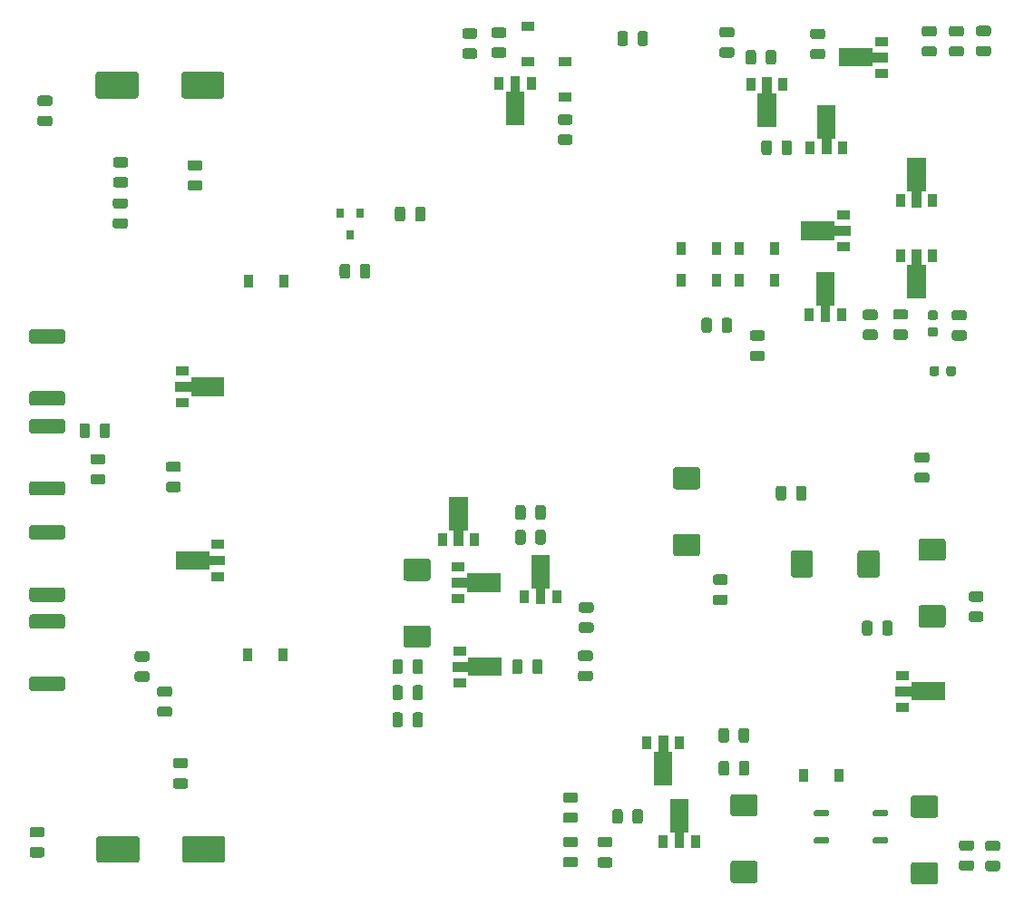
<source format=gbr>
%TF.GenerationSoftware,KiCad,Pcbnew,5.1.6-c6e7f7d~87~ubuntu18.04.1*%
%TF.CreationDate,2021-10-28T16:13:36+13:00*%
%TF.ProjectId,Trimodal SMD Sep20,5472696d-6f64-4616-9c20-534d44205365,rev?*%
%TF.SameCoordinates,Original*%
%TF.FileFunction,Paste,Top*%
%TF.FilePolarity,Positive*%
%FSLAX46Y46*%
G04 Gerber Fmt 4.6, Leading zero omitted, Abs format (unit mm)*
G04 Created by KiCad (PCBNEW 5.1.6-c6e7f7d~87~ubuntu18.04.1) date 2021-10-28 16:13:36*
%MOMM*%
%LPD*%
G01*
G04 APERTURE LIST*
%ADD10R,0.900000X1.200000*%
%ADD11R,1.200000X0.900000*%
%ADD12R,1.300000X0.900000*%
%ADD13C,0.100000*%
%ADD14R,0.800000X0.900000*%
%ADD15R,0.900000X1.300000*%
G04 APERTURE END LIST*
%TO.C,C1*%
G36*
G01*
X166429800Y-96135100D02*
X164379800Y-96135100D01*
G75*
G02*
X164129800Y-95885100I0J250000D01*
G01*
X164129800Y-94310100D01*
G75*
G02*
X164379800Y-94060100I250000J0D01*
G01*
X166429800Y-94060100D01*
G75*
G02*
X166679800Y-94310100I0J-250000D01*
G01*
X166679800Y-95885100D01*
G75*
G02*
X166429800Y-96135100I-250000J0D01*
G01*
G37*
G36*
G01*
X166429800Y-102360100D02*
X164379800Y-102360100D01*
G75*
G02*
X164129800Y-102110100I0J250000D01*
G01*
X164129800Y-100535100D01*
G75*
G02*
X164379800Y-100285100I250000J0D01*
G01*
X166429800Y-100285100D01*
G75*
G02*
X166679800Y-100535100I0J-250000D01*
G01*
X166679800Y-102110100D01*
G75*
G02*
X166429800Y-102360100I-250000J0D01*
G01*
G37*
%TD*%
%TO.C,C3*%
G36*
G01*
X151353700Y-58012650D02*
X151353700Y-57100150D01*
G75*
G02*
X151597450Y-56856400I243750J0D01*
G01*
X152084950Y-56856400D01*
G75*
G02*
X152328700Y-57100150I0J-243750D01*
G01*
X152328700Y-58012650D01*
G75*
G02*
X152084950Y-58256400I-243750J0D01*
G01*
X151597450Y-58256400D01*
G75*
G02*
X151353700Y-58012650I0J243750D01*
G01*
G37*
G36*
G01*
X149478700Y-58012650D02*
X149478700Y-57100150D01*
G75*
G02*
X149722450Y-56856400I243750J0D01*
G01*
X150209950Y-56856400D01*
G75*
G02*
X150453700Y-57100150I0J-243750D01*
G01*
X150453700Y-58012650D01*
G75*
G02*
X150209950Y-58256400I-243750J0D01*
G01*
X149722450Y-58256400D01*
G75*
G02*
X149478700Y-58012650I0J243750D01*
G01*
G37*
%TD*%
%TO.C,C4*%
G36*
G01*
X118347600Y-98001000D02*
X116297600Y-98001000D01*
G75*
G02*
X116047600Y-97751000I0J250000D01*
G01*
X116047600Y-96176000D01*
G75*
G02*
X116297600Y-95926000I250000J0D01*
G01*
X118347600Y-95926000D01*
G75*
G02*
X118597600Y-96176000I0J-250000D01*
G01*
X118597600Y-97751000D01*
G75*
G02*
X118347600Y-98001000I-250000J0D01*
G01*
G37*
G36*
G01*
X118347600Y-104226000D02*
X116297600Y-104226000D01*
G75*
G02*
X116047600Y-103976000I0J250000D01*
G01*
X116047600Y-102401000D01*
G75*
G02*
X116297600Y-102151000I250000J0D01*
G01*
X118347600Y-102151000D01*
G75*
G02*
X118597600Y-102401000I0J-250000D01*
G01*
X118597600Y-103976000D01*
G75*
G02*
X118347600Y-104226000I-250000J0D01*
G01*
G37*
%TD*%
%TO.C,C5*%
G36*
G01*
X143519000Y-95677900D02*
X141469000Y-95677900D01*
G75*
G02*
X141219000Y-95427900I0J250000D01*
G01*
X141219000Y-93852900D01*
G75*
G02*
X141469000Y-93602900I250000J0D01*
G01*
X143519000Y-93602900D01*
G75*
G02*
X143769000Y-93852900I0J-250000D01*
G01*
X143769000Y-95427900D01*
G75*
G02*
X143519000Y-95677900I-250000J0D01*
G01*
G37*
G36*
G01*
X143519000Y-89452900D02*
X141469000Y-89452900D01*
G75*
G02*
X141219000Y-89202900I0J250000D01*
G01*
X141219000Y-87627900D01*
G75*
G02*
X141469000Y-87377900I250000J0D01*
G01*
X143519000Y-87377900D01*
G75*
G02*
X143769000Y-87627900I0J-250000D01*
G01*
X143769000Y-89202900D01*
G75*
G02*
X143519000Y-89452900I-250000J0D01*
G01*
G37*
%TD*%
%TO.C,C6*%
G36*
G01*
X87701300Y-84428650D02*
X87701300Y-83516150D01*
G75*
G02*
X87945050Y-83272400I243750J0D01*
G01*
X88432550Y-83272400D01*
G75*
G02*
X88676300Y-83516150I0J-243750D01*
G01*
X88676300Y-84428650D01*
G75*
G02*
X88432550Y-84672400I-243750J0D01*
G01*
X87945050Y-84672400D01*
G75*
G02*
X87701300Y-84428650I0J243750D01*
G01*
G37*
G36*
G01*
X85826300Y-84428650D02*
X85826300Y-83516150D01*
G75*
G02*
X86070050Y-83272400I243750J0D01*
G01*
X86557550Y-83272400D01*
G75*
G02*
X86801300Y-83516150I0J-243750D01*
G01*
X86801300Y-84428650D01*
G75*
G02*
X86557550Y-84672400I-243750J0D01*
G01*
X86070050Y-84672400D01*
G75*
G02*
X85826300Y-84428650I0J243750D01*
G01*
G37*
%TD*%
%TO.C,C7*%
G36*
G01*
X171525250Y-123220300D02*
X170612750Y-123220300D01*
G75*
G02*
X170369000Y-122976550I0J243750D01*
G01*
X170369000Y-122489050D01*
G75*
G02*
X170612750Y-122245300I243750J0D01*
G01*
X171525250Y-122245300D01*
G75*
G02*
X171769000Y-122489050I0J-243750D01*
G01*
X171769000Y-122976550D01*
G75*
G02*
X171525250Y-123220300I-243750J0D01*
G01*
G37*
G36*
G01*
X171525250Y-125095300D02*
X170612750Y-125095300D01*
G75*
G02*
X170369000Y-124851550I0J243750D01*
G01*
X170369000Y-124364050D01*
G75*
G02*
X170612750Y-124120300I243750J0D01*
G01*
X171525250Y-124120300D01*
G75*
G02*
X171769000Y-124364050I0J-243750D01*
G01*
X171769000Y-124851550D01*
G75*
G02*
X171525250Y-125095300I-243750J0D01*
G01*
G37*
%TD*%
%TO.C,C9*%
G36*
G01*
X87409000Y-124063000D02*
X87409000Y-122063000D01*
G75*
G02*
X87659000Y-121813000I250000J0D01*
G01*
X91159000Y-121813000D01*
G75*
G02*
X91409000Y-122063000I0J-250000D01*
G01*
X91409000Y-124063000D01*
G75*
G02*
X91159000Y-124313000I-250000J0D01*
G01*
X87659000Y-124313000D01*
G75*
G02*
X87409000Y-124063000I0J250000D01*
G01*
G37*
G36*
G01*
X95409000Y-124063000D02*
X95409000Y-122063000D01*
G75*
G02*
X95659000Y-121813000I250000J0D01*
G01*
X99159000Y-121813000D01*
G75*
G02*
X99409000Y-122063000I0J-250000D01*
G01*
X99409000Y-124063000D01*
G75*
G02*
X99159000Y-124313000I-250000J0D01*
G01*
X95659000Y-124313000D01*
G75*
G02*
X95409000Y-124063000I0J250000D01*
G01*
G37*
%TD*%
%TO.C,C10*%
G36*
G01*
X91332800Y-50714400D02*
X91332800Y-52714400D01*
G75*
G02*
X91082800Y-52964400I-250000J0D01*
G01*
X87582800Y-52964400D01*
G75*
G02*
X87332800Y-52714400I0J250000D01*
G01*
X87332800Y-50714400D01*
G75*
G02*
X87582800Y-50464400I250000J0D01*
G01*
X91082800Y-50464400D01*
G75*
G02*
X91332800Y-50714400I0J-250000D01*
G01*
G37*
G36*
G01*
X99332800Y-50714400D02*
X99332800Y-52714400D01*
G75*
G02*
X99082800Y-52964400I-250000J0D01*
G01*
X95582800Y-52964400D01*
G75*
G02*
X95332800Y-52714400I0J250000D01*
G01*
X95332800Y-50714400D01*
G75*
G02*
X95582800Y-50464400I250000J0D01*
G01*
X99082800Y-50464400D01*
G75*
G02*
X99332800Y-50714400I0J-250000D01*
G01*
G37*
%TD*%
%TO.C,C11*%
G36*
G01*
X148878400Y-126210700D02*
X146828400Y-126210700D01*
G75*
G02*
X146578400Y-125960700I0J250000D01*
G01*
X146578400Y-124385700D01*
G75*
G02*
X146828400Y-124135700I250000J0D01*
G01*
X148878400Y-124135700D01*
G75*
G02*
X149128400Y-124385700I0J-250000D01*
G01*
X149128400Y-125960700D01*
G75*
G02*
X148878400Y-126210700I-250000J0D01*
G01*
G37*
G36*
G01*
X148878400Y-119985700D02*
X146828400Y-119985700D01*
G75*
G02*
X146578400Y-119735700I0J250000D01*
G01*
X146578400Y-118160700D01*
G75*
G02*
X146828400Y-117910700I250000J0D01*
G01*
X148878400Y-117910700D01*
G75*
G02*
X149128400Y-118160700I0J-250000D01*
G01*
X149128400Y-119735700D01*
G75*
G02*
X148878400Y-119985700I-250000J0D01*
G01*
G37*
%TD*%
%TO.C,C13*%
G36*
G01*
X122706450Y-49255500D02*
X121793950Y-49255500D01*
G75*
G02*
X121550200Y-49011750I0J243750D01*
G01*
X121550200Y-48524250D01*
G75*
G02*
X121793950Y-48280500I243750J0D01*
G01*
X122706450Y-48280500D01*
G75*
G02*
X122950200Y-48524250I0J-243750D01*
G01*
X122950200Y-49011750D01*
G75*
G02*
X122706450Y-49255500I-243750J0D01*
G01*
G37*
G36*
G01*
X122706450Y-47380500D02*
X121793950Y-47380500D01*
G75*
G02*
X121550200Y-47136750I0J243750D01*
G01*
X121550200Y-46649250D01*
G75*
G02*
X121793950Y-46405500I243750J0D01*
G01*
X122706450Y-46405500D01*
G75*
G02*
X122950200Y-46649250I0J-243750D01*
G01*
X122950200Y-47136750D01*
G75*
G02*
X122706450Y-47380500I-243750J0D01*
G01*
G37*
%TD*%
%TO.C,C14*%
G36*
G01*
X165718600Y-120112700D02*
X163668600Y-120112700D01*
G75*
G02*
X163418600Y-119862700I0J250000D01*
G01*
X163418600Y-118287700D01*
G75*
G02*
X163668600Y-118037700I250000J0D01*
G01*
X165718600Y-118037700D01*
G75*
G02*
X165968600Y-118287700I0J-250000D01*
G01*
X165968600Y-119862700D01*
G75*
G02*
X165718600Y-120112700I-250000J0D01*
G01*
G37*
G36*
G01*
X165718600Y-126337700D02*
X163668600Y-126337700D01*
G75*
G02*
X163418600Y-126087700I0J250000D01*
G01*
X163418600Y-124512700D01*
G75*
G02*
X163668600Y-124262700I250000J0D01*
G01*
X165718600Y-124262700D01*
G75*
G02*
X165968600Y-124512700I0J-250000D01*
G01*
X165968600Y-126087700D01*
G75*
G02*
X165718600Y-126337700I-250000J0D01*
G01*
G37*
%TD*%
%TO.C,C15*%
G36*
G01*
X152226100Y-97443400D02*
X152226100Y-95393400D01*
G75*
G02*
X152476100Y-95143400I250000J0D01*
G01*
X154051100Y-95143400D01*
G75*
G02*
X154301100Y-95393400I0J-250000D01*
G01*
X154301100Y-97443400D01*
G75*
G02*
X154051100Y-97693400I-250000J0D01*
G01*
X152476100Y-97693400D01*
G75*
G02*
X152226100Y-97443400I0J250000D01*
G01*
G37*
G36*
G01*
X158451100Y-97443400D02*
X158451100Y-95393400D01*
G75*
G02*
X158701100Y-95143400I250000J0D01*
G01*
X160276100Y-95143400D01*
G75*
G02*
X160526100Y-95393400I0J-250000D01*
G01*
X160526100Y-97443400D01*
G75*
G02*
X160276100Y-97693400I-250000J0D01*
G01*
X158701100Y-97693400D01*
G75*
G02*
X158451100Y-97443400I0J250000D01*
G01*
G37*
%TD*%
%TO.C,C16*%
G36*
G01*
X167488550Y-72719900D02*
X168401050Y-72719900D01*
G75*
G02*
X168644800Y-72963650I0J-243750D01*
G01*
X168644800Y-73451150D01*
G75*
G02*
X168401050Y-73694900I-243750J0D01*
G01*
X167488550Y-73694900D01*
G75*
G02*
X167244800Y-73451150I0J243750D01*
G01*
X167244800Y-72963650D01*
G75*
G02*
X167488550Y-72719900I243750J0D01*
G01*
G37*
G36*
G01*
X167488550Y-74594900D02*
X168401050Y-74594900D01*
G75*
G02*
X168644800Y-74838650I0J-243750D01*
G01*
X168644800Y-75326150D01*
G75*
G02*
X168401050Y-75569900I-243750J0D01*
G01*
X167488550Y-75569900D01*
G75*
G02*
X167244800Y-75326150I0J243750D01*
G01*
X167244800Y-74838650D01*
G75*
G02*
X167488550Y-74594900I243750J0D01*
G01*
G37*
%TD*%
%TO.C,C17*%
G36*
G01*
X170661650Y-49022300D02*
X169749150Y-49022300D01*
G75*
G02*
X169505400Y-48778550I0J243750D01*
G01*
X169505400Y-48291050D01*
G75*
G02*
X169749150Y-48047300I243750J0D01*
G01*
X170661650Y-48047300D01*
G75*
G02*
X170905400Y-48291050I0J-243750D01*
G01*
X170905400Y-48778550D01*
G75*
G02*
X170661650Y-49022300I-243750J0D01*
G01*
G37*
G36*
G01*
X170661650Y-47147300D02*
X169749150Y-47147300D01*
G75*
G02*
X169505400Y-46903550I0J243750D01*
G01*
X169505400Y-46416050D01*
G75*
G02*
X169749150Y-46172300I243750J0D01*
G01*
X170661650Y-46172300D01*
G75*
G02*
X170905400Y-46416050I0J-243750D01*
G01*
X170905400Y-46903550D01*
G75*
G02*
X170661650Y-47147300I-243750J0D01*
G01*
G37*
%TD*%
D10*
%TO.C,D1*%
X145311400Y-69900800D03*
X142011400Y-69900800D03*
%TD*%
%TO.C,D2*%
X150670800Y-69900800D03*
X147370800Y-69900800D03*
%TD*%
%TO.C,D3*%
X145313400Y-66979800D03*
X142013400Y-66979800D03*
%TD*%
%TO.C,D4*%
X150672800Y-66954400D03*
X147372800Y-66954400D03*
%TD*%
D11*
%TO.C,D5*%
X131165600Y-49530000D03*
X131165600Y-52830000D03*
%TD*%
%TO.C,D6*%
X127635000Y-46230000D03*
X127635000Y-49530000D03*
%TD*%
D10*
%TO.C,D7*%
X104851200Y-104902000D03*
X101551200Y-104902000D03*
%TD*%
%TO.C,D8*%
X101575600Y-70002400D03*
X104875600Y-70002400D03*
%TD*%
%TO.C,D9*%
X153390600Y-116179600D03*
X156690600Y-116179600D03*
%TD*%
D12*
%TO.C,Q6*%
X160679400Y-50623600D03*
X160679400Y-47623600D03*
D13*
G36*
X156729400Y-48257100D02*
G01*
X159854400Y-48257100D01*
X159854400Y-48673600D01*
X161329400Y-48673600D01*
X161329400Y-49573600D01*
X159854400Y-49573600D01*
X159854400Y-49990100D01*
X156729400Y-49990100D01*
X156729400Y-48257100D01*
G37*
%TD*%
%TO.C,R2*%
G36*
G01*
X162914650Y-73614100D02*
X162002150Y-73614100D01*
G75*
G02*
X161758400Y-73370350I0J243750D01*
G01*
X161758400Y-72882850D01*
G75*
G02*
X162002150Y-72639100I243750J0D01*
G01*
X162914650Y-72639100D01*
G75*
G02*
X163158400Y-72882850I0J-243750D01*
G01*
X163158400Y-73370350D01*
G75*
G02*
X162914650Y-73614100I-243750J0D01*
G01*
G37*
G36*
G01*
X162914650Y-75489100D02*
X162002150Y-75489100D01*
G75*
G02*
X161758400Y-75245350I0J243750D01*
G01*
X161758400Y-74757850D01*
G75*
G02*
X162002150Y-74514100I243750J0D01*
G01*
X162914650Y-74514100D01*
G75*
G02*
X163158400Y-74757850I0J-243750D01*
G01*
X163158400Y-75245350D01*
G75*
G02*
X162914650Y-75489100I-243750J0D01*
G01*
G37*
%TD*%
%TO.C,R3*%
G36*
G01*
X160095250Y-73639500D02*
X159182750Y-73639500D01*
G75*
G02*
X158939000Y-73395750I0J243750D01*
G01*
X158939000Y-72908250D01*
G75*
G02*
X159182750Y-72664500I243750J0D01*
G01*
X160095250Y-72664500D01*
G75*
G02*
X160339000Y-72908250I0J-243750D01*
G01*
X160339000Y-73395750D01*
G75*
G02*
X160095250Y-73639500I-243750J0D01*
G01*
G37*
G36*
G01*
X160095250Y-75514500D02*
X159182750Y-75514500D01*
G75*
G02*
X158939000Y-75270750I0J243750D01*
G01*
X158939000Y-74783250D01*
G75*
G02*
X159182750Y-74539500I243750J0D01*
G01*
X160095250Y-74539500D01*
G75*
G02*
X160339000Y-74783250I0J-243750D01*
G01*
X160339000Y-75270750D01*
G75*
G02*
X160095250Y-75514500I-243750J0D01*
G01*
G37*
%TD*%
%TO.C,R4*%
G36*
G01*
X169086850Y-123194900D02*
X168174350Y-123194900D01*
G75*
G02*
X167930600Y-122951150I0J243750D01*
G01*
X167930600Y-122463650D01*
G75*
G02*
X168174350Y-122219900I243750J0D01*
G01*
X169086850Y-122219900D01*
G75*
G02*
X169330600Y-122463650I0J-243750D01*
G01*
X169330600Y-122951150D01*
G75*
G02*
X169086850Y-123194900I-243750J0D01*
G01*
G37*
G36*
G01*
X169086850Y-125069900D02*
X168174350Y-125069900D01*
G75*
G02*
X167930600Y-124826150I0J243750D01*
G01*
X167930600Y-124338650D01*
G75*
G02*
X168174350Y-124094900I243750J0D01*
G01*
X169086850Y-124094900D01*
G75*
G02*
X169330600Y-124338650I0J-243750D01*
G01*
X169330600Y-124826150D01*
G75*
G02*
X169086850Y-125069900I-243750J0D01*
G01*
G37*
%TD*%
%TO.C,R5*%
G36*
G01*
X147361300Y-112876650D02*
X147361300Y-111964150D01*
G75*
G02*
X147605050Y-111720400I243750J0D01*
G01*
X148092550Y-111720400D01*
G75*
G02*
X148336300Y-111964150I0J-243750D01*
G01*
X148336300Y-112876650D01*
G75*
G02*
X148092550Y-113120400I-243750J0D01*
G01*
X147605050Y-113120400D01*
G75*
G02*
X147361300Y-112876650I0J243750D01*
G01*
G37*
G36*
G01*
X145486300Y-112876650D02*
X145486300Y-111964150D01*
G75*
G02*
X145730050Y-111720400I243750J0D01*
G01*
X146217550Y-111720400D01*
G75*
G02*
X146461300Y-111964150I0J-243750D01*
G01*
X146461300Y-112876650D01*
G75*
G02*
X146217550Y-113120400I-243750J0D01*
G01*
X145730050Y-113120400D01*
G75*
G02*
X145486300Y-112876650I0J243750D01*
G01*
G37*
%TD*%
%TO.C,R6*%
G36*
G01*
X168147050Y-47177300D02*
X167234550Y-47177300D01*
G75*
G02*
X166990800Y-46933550I0J243750D01*
G01*
X166990800Y-46446050D01*
G75*
G02*
X167234550Y-46202300I243750J0D01*
G01*
X168147050Y-46202300D01*
G75*
G02*
X168390800Y-46446050I0J-243750D01*
G01*
X168390800Y-46933550D01*
G75*
G02*
X168147050Y-47177300I-243750J0D01*
G01*
G37*
G36*
G01*
X168147050Y-49052300D02*
X167234550Y-49052300D01*
G75*
G02*
X166990800Y-48808550I0J243750D01*
G01*
X166990800Y-48321050D01*
G75*
G02*
X167234550Y-48077300I243750J0D01*
G01*
X168147050Y-48077300D01*
G75*
G02*
X168390800Y-48321050I0J-243750D01*
G01*
X168390800Y-48808550D01*
G75*
G02*
X168147050Y-49052300I-243750J0D01*
G01*
G37*
%TD*%
%TO.C,R7*%
G36*
G01*
X165607050Y-49052300D02*
X164694550Y-49052300D01*
G75*
G02*
X164450800Y-48808550I0J243750D01*
G01*
X164450800Y-48321050D01*
G75*
G02*
X164694550Y-48077300I243750J0D01*
G01*
X165607050Y-48077300D01*
G75*
G02*
X165850800Y-48321050I0J-243750D01*
G01*
X165850800Y-48808550D01*
G75*
G02*
X165607050Y-49052300I-243750J0D01*
G01*
G37*
G36*
G01*
X165607050Y-47177300D02*
X164694550Y-47177300D01*
G75*
G02*
X164450800Y-46933550I0J243750D01*
G01*
X164450800Y-46446050D01*
G75*
G02*
X164694550Y-46202300I243750J0D01*
G01*
X165607050Y-46202300D01*
G75*
G02*
X165850800Y-46446050I0J-243750D01*
G01*
X165850800Y-46933550D01*
G75*
G02*
X165607050Y-47177300I-243750J0D01*
G01*
G37*
%TD*%
%TO.C,R8*%
G36*
G01*
X150824900Y-90270650D02*
X150824900Y-89358150D01*
G75*
G02*
X151068650Y-89114400I243750J0D01*
G01*
X151556150Y-89114400D01*
G75*
G02*
X151799900Y-89358150I0J-243750D01*
G01*
X151799900Y-90270650D01*
G75*
G02*
X151556150Y-90514400I-243750J0D01*
G01*
X151068650Y-90514400D01*
G75*
G02*
X150824900Y-90270650I0J243750D01*
G01*
G37*
G36*
G01*
X152699900Y-90270650D02*
X152699900Y-89358150D01*
G75*
G02*
X152943650Y-89114400I243750J0D01*
G01*
X153431150Y-89114400D01*
G75*
G02*
X153674900Y-89358150I0J-243750D01*
G01*
X153674900Y-90270650D01*
G75*
G02*
X153431150Y-90514400I-243750J0D01*
G01*
X152943650Y-90514400D01*
G75*
G02*
X152699900Y-90270650I0J243750D01*
G01*
G37*
%TD*%
%TO.C,R9*%
G36*
G01*
X169063350Y-98978900D02*
X169975850Y-98978900D01*
G75*
G02*
X170219600Y-99222650I0J-243750D01*
G01*
X170219600Y-99710150D01*
G75*
G02*
X169975850Y-99953900I-243750J0D01*
G01*
X169063350Y-99953900D01*
G75*
G02*
X168819600Y-99710150I0J243750D01*
G01*
X168819600Y-99222650D01*
G75*
G02*
X169063350Y-98978900I243750J0D01*
G01*
G37*
G36*
G01*
X169063350Y-100853900D02*
X169975850Y-100853900D01*
G75*
G02*
X170219600Y-101097650I0J-243750D01*
G01*
X170219600Y-101585150D01*
G75*
G02*
X169975850Y-101828900I-243750J0D01*
G01*
X169063350Y-101828900D01*
G75*
G02*
X168819600Y-101585150I0J243750D01*
G01*
X168819600Y-101097650D01*
G75*
G02*
X169063350Y-100853900I243750J0D01*
G01*
G37*
%TD*%
%TO.C,R10*%
G36*
G01*
X117881700Y-107976350D02*
X117881700Y-108888850D01*
G75*
G02*
X117637950Y-109132600I-243750J0D01*
G01*
X117150450Y-109132600D01*
G75*
G02*
X116906700Y-108888850I0J243750D01*
G01*
X116906700Y-107976350D01*
G75*
G02*
X117150450Y-107732600I243750J0D01*
G01*
X117637950Y-107732600D01*
G75*
G02*
X117881700Y-107976350I0J-243750D01*
G01*
G37*
G36*
G01*
X116006700Y-107976350D02*
X116006700Y-108888850D01*
G75*
G02*
X115762950Y-109132600I-243750J0D01*
G01*
X115275450Y-109132600D01*
G75*
G02*
X115031700Y-108888850I0J243750D01*
G01*
X115031700Y-107976350D01*
G75*
G02*
X115275450Y-107732600I243750J0D01*
G01*
X115762950Y-107732600D01*
G75*
G02*
X116006700Y-107976350I0J-243750D01*
G01*
G37*
%TD*%
%TO.C,R11*%
G36*
G01*
X115031700Y-106475850D02*
X115031700Y-105563350D01*
G75*
G02*
X115275450Y-105319600I243750J0D01*
G01*
X115762950Y-105319600D01*
G75*
G02*
X116006700Y-105563350I0J-243750D01*
G01*
X116006700Y-106475850D01*
G75*
G02*
X115762950Y-106719600I-243750J0D01*
G01*
X115275450Y-106719600D01*
G75*
G02*
X115031700Y-106475850I0J243750D01*
G01*
G37*
G36*
G01*
X116906700Y-106475850D02*
X116906700Y-105563350D01*
G75*
G02*
X117150450Y-105319600I243750J0D01*
G01*
X117637950Y-105319600D01*
G75*
G02*
X117881700Y-105563350I0J-243750D01*
G01*
X117881700Y-106475850D01*
G75*
G02*
X117637950Y-106719600I-243750J0D01*
G01*
X117150450Y-106719600D01*
G75*
G02*
X116906700Y-106475850I0J243750D01*
G01*
G37*
%TD*%
%TO.C,R12*%
G36*
G01*
X126491700Y-92074050D02*
X126491700Y-91161550D01*
G75*
G02*
X126735450Y-90917800I243750J0D01*
G01*
X127222950Y-90917800D01*
G75*
G02*
X127466700Y-91161550I0J-243750D01*
G01*
X127466700Y-92074050D01*
G75*
G02*
X127222950Y-92317800I-243750J0D01*
G01*
X126735450Y-92317800D01*
G75*
G02*
X126491700Y-92074050I0J243750D01*
G01*
G37*
G36*
G01*
X128366700Y-92074050D02*
X128366700Y-91161550D01*
G75*
G02*
X128610450Y-90917800I243750J0D01*
G01*
X129097950Y-90917800D01*
G75*
G02*
X129341700Y-91161550I0J-243750D01*
G01*
X129341700Y-92074050D01*
G75*
G02*
X129097950Y-92317800I-243750J0D01*
G01*
X128610450Y-92317800D01*
G75*
G02*
X128366700Y-92074050I0J243750D01*
G01*
G37*
%TD*%
%TO.C,R13*%
G36*
G01*
X135330250Y-122890100D02*
X134417750Y-122890100D01*
G75*
G02*
X134174000Y-122646350I0J243750D01*
G01*
X134174000Y-122158850D01*
G75*
G02*
X134417750Y-121915100I243750J0D01*
G01*
X135330250Y-121915100D01*
G75*
G02*
X135574000Y-122158850I0J-243750D01*
G01*
X135574000Y-122646350D01*
G75*
G02*
X135330250Y-122890100I-243750J0D01*
G01*
G37*
G36*
G01*
X135330250Y-124765100D02*
X134417750Y-124765100D01*
G75*
G02*
X134174000Y-124521350I0J243750D01*
G01*
X134174000Y-124033850D01*
G75*
G02*
X134417750Y-123790100I243750J0D01*
G01*
X135330250Y-123790100D01*
G75*
G02*
X135574000Y-124033850I0J-243750D01*
G01*
X135574000Y-124521350D01*
G75*
G02*
X135330250Y-124765100I-243750J0D01*
G01*
G37*
%TD*%
%TO.C,R14*%
G36*
G01*
X117881700Y-110516350D02*
X117881700Y-111428850D01*
G75*
G02*
X117637950Y-111672600I-243750J0D01*
G01*
X117150450Y-111672600D01*
G75*
G02*
X116906700Y-111428850I0J243750D01*
G01*
X116906700Y-110516350D01*
G75*
G02*
X117150450Y-110272600I243750J0D01*
G01*
X117637950Y-110272600D01*
G75*
G02*
X117881700Y-110516350I0J-243750D01*
G01*
G37*
G36*
G01*
X116006700Y-110516350D02*
X116006700Y-111428850D01*
G75*
G02*
X115762950Y-111672600I-243750J0D01*
G01*
X115275450Y-111672600D01*
G75*
G02*
X115031700Y-111428850I0J243750D01*
G01*
X115031700Y-110516350D01*
G75*
G02*
X115275450Y-110272600I243750J0D01*
G01*
X115762950Y-110272600D01*
G75*
G02*
X116006700Y-110516350I0J-243750D01*
G01*
G37*
%TD*%
%TO.C,R15*%
G36*
G01*
X129341700Y-93472950D02*
X129341700Y-94385450D01*
G75*
G02*
X129097950Y-94629200I-243750J0D01*
G01*
X128610450Y-94629200D01*
G75*
G02*
X128366700Y-94385450I0J243750D01*
G01*
X128366700Y-93472950D01*
G75*
G02*
X128610450Y-93229200I243750J0D01*
G01*
X129097950Y-93229200D01*
G75*
G02*
X129341700Y-93472950I0J-243750D01*
G01*
G37*
G36*
G01*
X127466700Y-93472950D02*
X127466700Y-94385450D01*
G75*
G02*
X127222950Y-94629200I-243750J0D01*
G01*
X126735450Y-94629200D01*
G75*
G02*
X126491700Y-94385450I0J243750D01*
G01*
X126491700Y-93472950D01*
G75*
G02*
X126735450Y-93229200I243750J0D01*
G01*
X127222950Y-93229200D01*
G75*
G02*
X127466700Y-93472950I0J-243750D01*
G01*
G37*
%TD*%
%TO.C,R16*%
G36*
G01*
X84229001Y-102478200D02*
X81378999Y-102478200D01*
G75*
G02*
X81129000Y-102228201I0J249999D01*
G01*
X81129000Y-101378199D01*
G75*
G02*
X81378999Y-101128200I249999J0D01*
G01*
X84229001Y-101128200D01*
G75*
G02*
X84479000Y-101378199I0J-249999D01*
G01*
X84479000Y-102228201D01*
G75*
G02*
X84229001Y-102478200I-249999J0D01*
G01*
G37*
G36*
G01*
X84229001Y-108278200D02*
X81378999Y-108278200D01*
G75*
G02*
X81129000Y-108028201I0J249999D01*
G01*
X81129000Y-107178199D01*
G75*
G02*
X81378999Y-106928200I249999J0D01*
G01*
X84229001Y-106928200D01*
G75*
G02*
X84479000Y-107178199I0J-249999D01*
G01*
X84479000Y-108028201D01*
G75*
G02*
X84229001Y-108278200I-249999J0D01*
G01*
G37*
%TD*%
%TO.C,R17*%
G36*
G01*
X84229001Y-81650200D02*
X81378999Y-81650200D01*
G75*
G02*
X81129000Y-81400201I0J249999D01*
G01*
X81129000Y-80550199D01*
G75*
G02*
X81378999Y-80300200I249999J0D01*
G01*
X84229001Y-80300200D01*
G75*
G02*
X84479000Y-80550199I0J-249999D01*
G01*
X84479000Y-81400201D01*
G75*
G02*
X84229001Y-81650200I-249999J0D01*
G01*
G37*
G36*
G01*
X84229001Y-75850200D02*
X81378999Y-75850200D01*
G75*
G02*
X81129000Y-75600201I0J249999D01*
G01*
X81129000Y-74750199D01*
G75*
G02*
X81378999Y-74500200I249999J0D01*
G01*
X84229001Y-74500200D01*
G75*
G02*
X84479000Y-74750199I0J-249999D01*
G01*
X84479000Y-75600201D01*
G75*
G02*
X84229001Y-75850200I-249999J0D01*
G01*
G37*
%TD*%
%TO.C,R18*%
G36*
G01*
X87984650Y-87126900D02*
X87072150Y-87126900D01*
G75*
G02*
X86828400Y-86883150I0J243750D01*
G01*
X86828400Y-86395650D01*
G75*
G02*
X87072150Y-86151900I243750J0D01*
G01*
X87984650Y-86151900D01*
G75*
G02*
X88228400Y-86395650I0J-243750D01*
G01*
X88228400Y-86883150D01*
G75*
G02*
X87984650Y-87126900I-243750J0D01*
G01*
G37*
G36*
G01*
X87984650Y-89001900D02*
X87072150Y-89001900D01*
G75*
G02*
X86828400Y-88758150I0J243750D01*
G01*
X86828400Y-88270650D01*
G75*
G02*
X87072150Y-88026900I243750J0D01*
G01*
X87984650Y-88026900D01*
G75*
G02*
X88228400Y-88270650I0J-243750D01*
G01*
X88228400Y-88758150D01*
G75*
G02*
X87984650Y-89001900I-243750J0D01*
G01*
G37*
%TD*%
%TO.C,R19*%
G36*
G01*
X94133350Y-86863100D02*
X95045850Y-86863100D01*
G75*
G02*
X95289600Y-87106850I0J-243750D01*
G01*
X95289600Y-87594350D01*
G75*
G02*
X95045850Y-87838100I-243750J0D01*
G01*
X94133350Y-87838100D01*
G75*
G02*
X93889600Y-87594350I0J243750D01*
G01*
X93889600Y-87106850D01*
G75*
G02*
X94133350Y-86863100I243750J0D01*
G01*
G37*
G36*
G01*
X94133350Y-88738100D02*
X95045850Y-88738100D01*
G75*
G02*
X95289600Y-88981850I0J-243750D01*
G01*
X95289600Y-89469350D01*
G75*
G02*
X95045850Y-89713100I-243750J0D01*
G01*
X94133350Y-89713100D01*
G75*
G02*
X93889600Y-89469350I0J243750D01*
G01*
X93889600Y-88981850D01*
G75*
G02*
X94133350Y-88738100I243750J0D01*
G01*
G37*
%TD*%
%TO.C,R20*%
G36*
G01*
X92124850Y-107416900D02*
X91212350Y-107416900D01*
G75*
G02*
X90968600Y-107173150I0J243750D01*
G01*
X90968600Y-106685650D01*
G75*
G02*
X91212350Y-106441900I243750J0D01*
G01*
X92124850Y-106441900D01*
G75*
G02*
X92368600Y-106685650I0J-243750D01*
G01*
X92368600Y-107173150D01*
G75*
G02*
X92124850Y-107416900I-243750J0D01*
G01*
G37*
G36*
G01*
X92124850Y-105541900D02*
X91212350Y-105541900D01*
G75*
G02*
X90968600Y-105298150I0J243750D01*
G01*
X90968600Y-104810650D01*
G75*
G02*
X91212350Y-104566900I243750J0D01*
G01*
X92124850Y-104566900D01*
G75*
G02*
X92368600Y-104810650I0J-243750D01*
G01*
X92368600Y-105298150D01*
G75*
G02*
X92124850Y-105541900I-243750J0D01*
G01*
G37*
%TD*%
%TO.C,R21*%
G36*
G01*
X95706250Y-117399100D02*
X94793750Y-117399100D01*
G75*
G02*
X94550000Y-117155350I0J243750D01*
G01*
X94550000Y-116667850D01*
G75*
G02*
X94793750Y-116424100I243750J0D01*
G01*
X95706250Y-116424100D01*
G75*
G02*
X95950000Y-116667850I0J-243750D01*
G01*
X95950000Y-117155350D01*
G75*
G02*
X95706250Y-117399100I-243750J0D01*
G01*
G37*
G36*
G01*
X95706250Y-115524100D02*
X94793750Y-115524100D01*
G75*
G02*
X94550000Y-115280350I0J243750D01*
G01*
X94550000Y-114792850D01*
G75*
G02*
X94793750Y-114549100I243750J0D01*
G01*
X95706250Y-114549100D01*
G75*
G02*
X95950000Y-114792850I0J-243750D01*
G01*
X95950000Y-115280350D01*
G75*
G02*
X95706250Y-115524100I-243750J0D01*
G01*
G37*
%TD*%
%TO.C,R22*%
G36*
G01*
X128082700Y-106475850D02*
X128082700Y-105563350D01*
G75*
G02*
X128326450Y-105319600I243750J0D01*
G01*
X128813950Y-105319600D01*
G75*
G02*
X129057700Y-105563350I0J-243750D01*
G01*
X129057700Y-106475850D01*
G75*
G02*
X128813950Y-106719600I-243750J0D01*
G01*
X128326450Y-106719600D01*
G75*
G02*
X128082700Y-106475850I0J243750D01*
G01*
G37*
G36*
G01*
X126207700Y-106475850D02*
X126207700Y-105563350D01*
G75*
G02*
X126451450Y-105319600I243750J0D01*
G01*
X126938950Y-105319600D01*
G75*
G02*
X127182700Y-105563350I0J-243750D01*
G01*
X127182700Y-106475850D01*
G75*
G02*
X126938950Y-106719600I-243750J0D01*
G01*
X126451450Y-106719600D01*
G75*
G02*
X126207700Y-106475850I0J243750D01*
G01*
G37*
%TD*%
%TO.C,R23*%
G36*
G01*
X93320550Y-109723100D02*
X94233050Y-109723100D01*
G75*
G02*
X94476800Y-109966850I0J-243750D01*
G01*
X94476800Y-110454350D01*
G75*
G02*
X94233050Y-110698100I-243750J0D01*
G01*
X93320550Y-110698100D01*
G75*
G02*
X93076800Y-110454350I0J243750D01*
G01*
X93076800Y-109966850D01*
G75*
G02*
X93320550Y-109723100I243750J0D01*
G01*
G37*
G36*
G01*
X93320550Y-107848100D02*
X94233050Y-107848100D01*
G75*
G02*
X94476800Y-108091850I0J-243750D01*
G01*
X94476800Y-108579350D01*
G75*
G02*
X94233050Y-108823100I-243750J0D01*
G01*
X93320550Y-108823100D01*
G75*
G02*
X93076800Y-108579350I0J243750D01*
G01*
X93076800Y-108091850D01*
G75*
G02*
X93320550Y-107848100I243750J0D01*
G01*
G37*
%TD*%
%TO.C,R24*%
G36*
G01*
X111981400Y-69544250D02*
X111981400Y-68631750D01*
G75*
G02*
X112225150Y-68388000I243750J0D01*
G01*
X112712650Y-68388000D01*
G75*
G02*
X112956400Y-68631750I0J-243750D01*
G01*
X112956400Y-69544250D01*
G75*
G02*
X112712650Y-69788000I-243750J0D01*
G01*
X112225150Y-69788000D01*
G75*
G02*
X111981400Y-69544250I0J243750D01*
G01*
G37*
G36*
G01*
X110106400Y-69544250D02*
X110106400Y-68631750D01*
G75*
G02*
X110350150Y-68388000I243750J0D01*
G01*
X110837650Y-68388000D01*
G75*
G02*
X111081400Y-68631750I0J-243750D01*
G01*
X111081400Y-69544250D01*
G75*
G02*
X110837650Y-69788000I-243750J0D01*
G01*
X110350150Y-69788000D01*
G75*
G02*
X110106400Y-69544250I0J243750D01*
G01*
G37*
%TD*%
%TO.C,R25*%
G36*
G01*
X82320450Y-121950300D02*
X81407950Y-121950300D01*
G75*
G02*
X81164200Y-121706550I0J243750D01*
G01*
X81164200Y-121219050D01*
G75*
G02*
X81407950Y-120975300I243750J0D01*
G01*
X82320450Y-120975300D01*
G75*
G02*
X82564200Y-121219050I0J-243750D01*
G01*
X82564200Y-121706550D01*
G75*
G02*
X82320450Y-121950300I-243750J0D01*
G01*
G37*
G36*
G01*
X82320450Y-123825300D02*
X81407950Y-123825300D01*
G75*
G02*
X81164200Y-123581550I0J243750D01*
G01*
X81164200Y-123094050D01*
G75*
G02*
X81407950Y-122850300I243750J0D01*
G01*
X82320450Y-122850300D01*
G75*
G02*
X82564200Y-123094050I0J-243750D01*
G01*
X82564200Y-123581550D01*
G75*
G02*
X82320450Y-123825300I-243750J0D01*
G01*
G37*
%TD*%
%TO.C,R26*%
G36*
G01*
X83057050Y-55550100D02*
X82144550Y-55550100D01*
G75*
G02*
X81900800Y-55306350I0J243750D01*
G01*
X81900800Y-54818850D01*
G75*
G02*
X82144550Y-54575100I243750J0D01*
G01*
X83057050Y-54575100D01*
G75*
G02*
X83300800Y-54818850I0J-243750D01*
G01*
X83300800Y-55306350D01*
G75*
G02*
X83057050Y-55550100I-243750J0D01*
G01*
G37*
G36*
G01*
X83057050Y-53675100D02*
X82144550Y-53675100D01*
G75*
G02*
X81900800Y-53431350I0J243750D01*
G01*
X81900800Y-52943850D01*
G75*
G02*
X82144550Y-52700100I243750J0D01*
G01*
X83057050Y-52700100D01*
G75*
G02*
X83300800Y-52943850I0J-243750D01*
G01*
X83300800Y-53431350D01*
G75*
G02*
X83057050Y-53675100I-243750J0D01*
G01*
G37*
%TD*%
%TO.C,R27*%
G36*
G01*
X90092850Y-65125900D02*
X89180350Y-65125900D01*
G75*
G02*
X88936600Y-64882150I0J243750D01*
G01*
X88936600Y-64394650D01*
G75*
G02*
X89180350Y-64150900I243750J0D01*
G01*
X90092850Y-64150900D01*
G75*
G02*
X90336600Y-64394650I0J-243750D01*
G01*
X90336600Y-64882150D01*
G75*
G02*
X90092850Y-65125900I-243750J0D01*
G01*
G37*
G36*
G01*
X90092850Y-63250900D02*
X89180350Y-63250900D01*
G75*
G02*
X88936600Y-63007150I0J243750D01*
G01*
X88936600Y-62519650D01*
G75*
G02*
X89180350Y-62275900I243750J0D01*
G01*
X90092850Y-62275900D01*
G75*
G02*
X90336600Y-62519650I0J-243750D01*
G01*
X90336600Y-63007150D01*
G75*
G02*
X90092850Y-63250900I-243750J0D01*
G01*
G37*
%TD*%
%TO.C,R29*%
G36*
G01*
X90118250Y-59415500D02*
X89205750Y-59415500D01*
G75*
G02*
X88962000Y-59171750I0J243750D01*
G01*
X88962000Y-58684250D01*
G75*
G02*
X89205750Y-58440500I243750J0D01*
G01*
X90118250Y-58440500D01*
G75*
G02*
X90362000Y-58684250I0J-243750D01*
G01*
X90362000Y-59171750D01*
G75*
G02*
X90118250Y-59415500I-243750J0D01*
G01*
G37*
G36*
G01*
X90118250Y-61290500D02*
X89205750Y-61290500D01*
G75*
G02*
X88962000Y-61046750I0J243750D01*
G01*
X88962000Y-60559250D01*
G75*
G02*
X89205750Y-60315500I243750J0D01*
G01*
X90118250Y-60315500D01*
G75*
G02*
X90362000Y-60559250I0J-243750D01*
G01*
X90362000Y-61046750D01*
G75*
G02*
X90118250Y-61290500I-243750J0D01*
G01*
G37*
%TD*%
%TO.C,R30*%
G36*
G01*
X116239900Y-63297750D02*
X116239900Y-64210250D01*
G75*
G02*
X115996150Y-64454000I-243750J0D01*
G01*
X115508650Y-64454000D01*
G75*
G02*
X115264900Y-64210250I0J243750D01*
G01*
X115264900Y-63297750D01*
G75*
G02*
X115508650Y-63054000I243750J0D01*
G01*
X115996150Y-63054000D01*
G75*
G02*
X116239900Y-63297750I0J-243750D01*
G01*
G37*
G36*
G01*
X118114900Y-63297750D02*
X118114900Y-64210250D01*
G75*
G02*
X117871150Y-64454000I-243750J0D01*
G01*
X117383650Y-64454000D01*
G75*
G02*
X117139900Y-64210250I0J243750D01*
G01*
X117139900Y-63297750D01*
G75*
G02*
X117383650Y-63054000I243750J0D01*
G01*
X117871150Y-63054000D01*
G75*
G02*
X118114900Y-63297750I0J-243750D01*
G01*
G37*
%TD*%
%TO.C,R31*%
G36*
G01*
X96139950Y-60594900D02*
X97052450Y-60594900D01*
G75*
G02*
X97296200Y-60838650I0J-243750D01*
G01*
X97296200Y-61326150D01*
G75*
G02*
X97052450Y-61569900I-243750J0D01*
G01*
X96139950Y-61569900D01*
G75*
G02*
X95896200Y-61326150I0J243750D01*
G01*
X95896200Y-60838650D01*
G75*
G02*
X96139950Y-60594900I243750J0D01*
G01*
G37*
G36*
G01*
X96139950Y-58719900D02*
X97052450Y-58719900D01*
G75*
G02*
X97296200Y-58963650I0J-243750D01*
G01*
X97296200Y-59451150D01*
G75*
G02*
X97052450Y-59694900I-243750J0D01*
G01*
X96139950Y-59694900D01*
G75*
G02*
X95896200Y-59451150I0J243750D01*
G01*
X95896200Y-58963650D01*
G75*
G02*
X96139950Y-58719900I243750J0D01*
G01*
G37*
%TD*%
%TO.C,R32*%
G36*
G01*
X132588950Y-106391100D02*
X133501450Y-106391100D01*
G75*
G02*
X133745200Y-106634850I0J-243750D01*
G01*
X133745200Y-107122350D01*
G75*
G02*
X133501450Y-107366100I-243750J0D01*
G01*
X132588950Y-107366100D01*
G75*
G02*
X132345200Y-107122350I0J243750D01*
G01*
X132345200Y-106634850D01*
G75*
G02*
X132588950Y-106391100I243750J0D01*
G01*
G37*
G36*
G01*
X132588950Y-104516100D02*
X133501450Y-104516100D01*
G75*
G02*
X133745200Y-104759850I0J-243750D01*
G01*
X133745200Y-105247350D01*
G75*
G02*
X133501450Y-105491100I-243750J0D01*
G01*
X132588950Y-105491100D01*
G75*
G02*
X132345200Y-105247350I0J243750D01*
G01*
X132345200Y-104759850D01*
G75*
G02*
X132588950Y-104516100I243750J0D01*
G01*
G37*
%TD*%
%TO.C,R33*%
G36*
G01*
X132665150Y-99999500D02*
X133577650Y-99999500D01*
G75*
G02*
X133821400Y-100243250I0J-243750D01*
G01*
X133821400Y-100730750D01*
G75*
G02*
X133577650Y-100974500I-243750J0D01*
G01*
X132665150Y-100974500D01*
G75*
G02*
X132421400Y-100730750I0J243750D01*
G01*
X132421400Y-100243250D01*
G75*
G02*
X132665150Y-99999500I243750J0D01*
G01*
G37*
G36*
G01*
X132665150Y-101874500D02*
X133577650Y-101874500D01*
G75*
G02*
X133821400Y-102118250I0J-243750D01*
G01*
X133821400Y-102605750D01*
G75*
G02*
X133577650Y-102849500I-243750J0D01*
G01*
X132665150Y-102849500D01*
G75*
G02*
X132421400Y-102605750I0J243750D01*
G01*
X132421400Y-102118250D01*
G75*
G02*
X132665150Y-101874500I243750J0D01*
G01*
G37*
%TD*%
%TO.C,R34*%
G36*
G01*
X149875900Y-49579850D02*
X149875900Y-48667350D01*
G75*
G02*
X150119650Y-48423600I243750J0D01*
G01*
X150607150Y-48423600D01*
G75*
G02*
X150850900Y-48667350I0J-243750D01*
G01*
X150850900Y-49579850D01*
G75*
G02*
X150607150Y-49823600I-243750J0D01*
G01*
X150119650Y-49823600D01*
G75*
G02*
X149875900Y-49579850I0J243750D01*
G01*
G37*
G36*
G01*
X148000900Y-49579850D02*
X148000900Y-48667350D01*
G75*
G02*
X148244650Y-48423600I243750J0D01*
G01*
X148732150Y-48423600D01*
G75*
G02*
X148975900Y-48667350I0J-243750D01*
G01*
X148975900Y-49579850D01*
G75*
G02*
X148732150Y-49823600I-243750J0D01*
G01*
X148244650Y-49823600D01*
G75*
G02*
X148000900Y-49579850I0J243750D01*
G01*
G37*
%TD*%
%TO.C,R35*%
G36*
G01*
X159849400Y-101956550D02*
X159849400Y-102869050D01*
G75*
G02*
X159605650Y-103112800I-243750J0D01*
G01*
X159118150Y-103112800D01*
G75*
G02*
X158874400Y-102869050I0J243750D01*
G01*
X158874400Y-101956550D01*
G75*
G02*
X159118150Y-101712800I243750J0D01*
G01*
X159605650Y-101712800D01*
G75*
G02*
X159849400Y-101956550I0J-243750D01*
G01*
G37*
G36*
G01*
X161724400Y-101956550D02*
X161724400Y-102869050D01*
G75*
G02*
X161480650Y-103112800I-243750J0D01*
G01*
X160993150Y-103112800D01*
G75*
G02*
X160749400Y-102869050I0J243750D01*
G01*
X160749400Y-101956550D01*
G75*
G02*
X160993150Y-101712800I243750J0D01*
G01*
X161480650Y-101712800D01*
G75*
G02*
X161724400Y-101956550I0J-243750D01*
G01*
G37*
%TD*%
%TO.C,R36*%
G36*
G01*
X155193050Y-49301700D02*
X154280550Y-49301700D01*
G75*
G02*
X154036800Y-49057950I0J243750D01*
G01*
X154036800Y-48570450D01*
G75*
G02*
X154280550Y-48326700I243750J0D01*
G01*
X155193050Y-48326700D01*
G75*
G02*
X155436800Y-48570450I0J-243750D01*
G01*
X155436800Y-49057950D01*
G75*
G02*
X155193050Y-49301700I-243750J0D01*
G01*
G37*
G36*
G01*
X155193050Y-47426700D02*
X154280550Y-47426700D01*
G75*
G02*
X154036800Y-47182950I0J243750D01*
G01*
X154036800Y-46695450D01*
G75*
G02*
X154280550Y-46451700I243750J0D01*
G01*
X155193050Y-46451700D01*
G75*
G02*
X155436800Y-46695450I0J-243750D01*
G01*
X155436800Y-47182950D01*
G75*
G02*
X155193050Y-47426700I-243750J0D01*
G01*
G37*
%TD*%
%TO.C,R37*%
G36*
G01*
X136037500Y-47827250D02*
X136037500Y-46914750D01*
G75*
G02*
X136281250Y-46671000I243750J0D01*
G01*
X136768750Y-46671000D01*
G75*
G02*
X137012500Y-46914750I0J-243750D01*
G01*
X137012500Y-47827250D01*
G75*
G02*
X136768750Y-48071000I-243750J0D01*
G01*
X136281250Y-48071000D01*
G75*
G02*
X136037500Y-47827250I0J243750D01*
G01*
G37*
G36*
G01*
X137912500Y-47827250D02*
X137912500Y-46914750D01*
G75*
G02*
X138156250Y-46671000I243750J0D01*
G01*
X138643750Y-46671000D01*
G75*
G02*
X138887500Y-46914750I0J-243750D01*
G01*
X138887500Y-47827250D01*
G75*
G02*
X138643750Y-48071000I-243750J0D01*
G01*
X138156250Y-48071000D01*
G75*
G02*
X137912500Y-47827250I0J243750D01*
G01*
G37*
%TD*%
%TO.C,R38*%
G36*
G01*
X146709450Y-47274300D02*
X145796950Y-47274300D01*
G75*
G02*
X145553200Y-47030550I0J243750D01*
G01*
X145553200Y-46543050D01*
G75*
G02*
X145796950Y-46299300I243750J0D01*
G01*
X146709450Y-46299300D01*
G75*
G02*
X146953200Y-46543050I0J-243750D01*
G01*
X146953200Y-47030550D01*
G75*
G02*
X146709450Y-47274300I-243750J0D01*
G01*
G37*
G36*
G01*
X146709450Y-49149300D02*
X145796950Y-49149300D01*
G75*
G02*
X145553200Y-48905550I0J243750D01*
G01*
X145553200Y-48418050D01*
G75*
G02*
X145796950Y-48174300I243750J0D01*
G01*
X146709450Y-48174300D01*
G75*
G02*
X146953200Y-48418050I0J-243750D01*
G01*
X146953200Y-48905550D01*
G75*
G02*
X146709450Y-49149300I-243750J0D01*
G01*
G37*
%TD*%
%TO.C,R39*%
G36*
G01*
X146099850Y-98379100D02*
X145187350Y-98379100D01*
G75*
G02*
X144943600Y-98135350I0J243750D01*
G01*
X144943600Y-97647850D01*
G75*
G02*
X145187350Y-97404100I243750J0D01*
G01*
X146099850Y-97404100D01*
G75*
G02*
X146343600Y-97647850I0J-243750D01*
G01*
X146343600Y-98135350D01*
G75*
G02*
X146099850Y-98379100I-243750J0D01*
G01*
G37*
G36*
G01*
X146099850Y-100254100D02*
X145187350Y-100254100D01*
G75*
G02*
X144943600Y-100010350I0J243750D01*
G01*
X144943600Y-99522850D01*
G75*
G02*
X145187350Y-99279100I243750J0D01*
G01*
X146099850Y-99279100D01*
G75*
G02*
X146343600Y-99522850I0J-243750D01*
G01*
X146343600Y-100010350D01*
G75*
G02*
X146099850Y-100254100I-243750J0D01*
G01*
G37*
%TD*%
%TO.C,R40*%
G36*
G01*
X146736100Y-73686350D02*
X146736100Y-74598850D01*
G75*
G02*
X146492350Y-74842600I-243750J0D01*
G01*
X146004850Y-74842600D01*
G75*
G02*
X145761100Y-74598850I0J243750D01*
G01*
X145761100Y-73686350D01*
G75*
G02*
X146004850Y-73442600I243750J0D01*
G01*
X146492350Y-73442600D01*
G75*
G02*
X146736100Y-73686350I0J-243750D01*
G01*
G37*
G36*
G01*
X144861100Y-73686350D02*
X144861100Y-74598850D01*
G75*
G02*
X144617350Y-74842600I-243750J0D01*
G01*
X144129850Y-74842600D01*
G75*
G02*
X143886100Y-74598850I0J243750D01*
G01*
X143886100Y-73686350D01*
G75*
G02*
X144129850Y-73442600I243750J0D01*
G01*
X144617350Y-73442600D01*
G75*
G02*
X144861100Y-73686350I0J-243750D01*
G01*
G37*
%TD*%
%TO.C,R41*%
G36*
G01*
X135554900Y-120445850D02*
X135554900Y-119533350D01*
G75*
G02*
X135798650Y-119289600I243750J0D01*
G01*
X136286150Y-119289600D01*
G75*
G02*
X136529900Y-119533350I0J-243750D01*
G01*
X136529900Y-120445850D01*
G75*
G02*
X136286150Y-120689600I-243750J0D01*
G01*
X135798650Y-120689600D01*
G75*
G02*
X135554900Y-120445850I0J243750D01*
G01*
G37*
G36*
G01*
X137429900Y-120445850D02*
X137429900Y-119533350D01*
G75*
G02*
X137673650Y-119289600I243750J0D01*
G01*
X138161150Y-119289600D01*
G75*
G02*
X138404900Y-119533350I0J-243750D01*
G01*
X138404900Y-120445850D01*
G75*
G02*
X138161150Y-120689600I-243750J0D01*
G01*
X137673650Y-120689600D01*
G75*
G02*
X137429900Y-120445850I0J243750D01*
G01*
G37*
%TD*%
%TO.C,R42*%
G36*
G01*
X132104450Y-122867000D02*
X131191950Y-122867000D01*
G75*
G02*
X130948200Y-122623250I0J243750D01*
G01*
X130948200Y-122135750D01*
G75*
G02*
X131191950Y-121892000I243750J0D01*
G01*
X132104450Y-121892000D01*
G75*
G02*
X132348200Y-122135750I0J-243750D01*
G01*
X132348200Y-122623250D01*
G75*
G02*
X132104450Y-122867000I-243750J0D01*
G01*
G37*
G36*
G01*
X132104450Y-124742000D02*
X131191950Y-124742000D01*
G75*
G02*
X130948200Y-124498250I0J243750D01*
G01*
X130948200Y-124010750D01*
G75*
G02*
X131191950Y-123767000I243750J0D01*
G01*
X132104450Y-123767000D01*
G75*
G02*
X132348200Y-124010750I0J-243750D01*
G01*
X132348200Y-124498250D01*
G75*
G02*
X132104450Y-124742000I-243750J0D01*
G01*
G37*
%TD*%
%TO.C,R43*%
G36*
G01*
X132104450Y-120599500D02*
X131191950Y-120599500D01*
G75*
G02*
X130948200Y-120355750I0J243750D01*
G01*
X130948200Y-119868250D01*
G75*
G02*
X131191950Y-119624500I243750J0D01*
G01*
X132104450Y-119624500D01*
G75*
G02*
X132348200Y-119868250I0J-243750D01*
G01*
X132348200Y-120355750D01*
G75*
G02*
X132104450Y-120599500I-243750J0D01*
G01*
G37*
G36*
G01*
X132104450Y-118724500D02*
X131191950Y-118724500D01*
G75*
G02*
X130948200Y-118480750I0J243750D01*
G01*
X130948200Y-117993250D01*
G75*
G02*
X131191950Y-117749500I243750J0D01*
G01*
X132104450Y-117749500D01*
G75*
G02*
X132348200Y-117993250I0J-243750D01*
G01*
X132348200Y-118480750D01*
G75*
G02*
X132104450Y-118724500I-243750J0D01*
G01*
G37*
%TD*%
%TO.C,R44*%
G36*
G01*
X131621850Y-55427700D02*
X130709350Y-55427700D01*
G75*
G02*
X130465600Y-55183950I0J243750D01*
G01*
X130465600Y-54696450D01*
G75*
G02*
X130709350Y-54452700I243750J0D01*
G01*
X131621850Y-54452700D01*
G75*
G02*
X131865600Y-54696450I0J-243750D01*
G01*
X131865600Y-55183950D01*
G75*
G02*
X131621850Y-55427700I-243750J0D01*
G01*
G37*
G36*
G01*
X131621850Y-57302700D02*
X130709350Y-57302700D01*
G75*
G02*
X130465600Y-57058950I0J243750D01*
G01*
X130465600Y-56571450D01*
G75*
G02*
X130709350Y-56327700I243750J0D01*
G01*
X131621850Y-56327700D01*
G75*
G02*
X131865600Y-56571450I0J-243750D01*
G01*
X131865600Y-57058950D01*
G75*
G02*
X131621850Y-57302700I-243750J0D01*
G01*
G37*
%TD*%
%TO.C,R45*%
G36*
G01*
X125424250Y-49177000D02*
X124511750Y-49177000D01*
G75*
G02*
X124268000Y-48933250I0J243750D01*
G01*
X124268000Y-48445750D01*
G75*
G02*
X124511750Y-48202000I243750J0D01*
G01*
X125424250Y-48202000D01*
G75*
G02*
X125668000Y-48445750I0J-243750D01*
G01*
X125668000Y-48933250D01*
G75*
G02*
X125424250Y-49177000I-243750J0D01*
G01*
G37*
G36*
G01*
X125424250Y-47302000D02*
X124511750Y-47302000D01*
G75*
G02*
X124268000Y-47058250I0J243750D01*
G01*
X124268000Y-46570750D01*
G75*
G02*
X124511750Y-46327000I243750J0D01*
G01*
X125424250Y-46327000D01*
G75*
G02*
X125668000Y-46570750I0J-243750D01*
G01*
X125668000Y-47058250D01*
G75*
G02*
X125424250Y-47302000I-243750J0D01*
G01*
G37*
%TD*%
%TO.C,R47*%
G36*
G01*
X148641750Y-76499900D02*
X149554250Y-76499900D01*
G75*
G02*
X149798000Y-76743650I0J-243750D01*
G01*
X149798000Y-77231150D01*
G75*
G02*
X149554250Y-77474900I-243750J0D01*
G01*
X148641750Y-77474900D01*
G75*
G02*
X148398000Y-77231150I0J243750D01*
G01*
X148398000Y-76743650D01*
G75*
G02*
X148641750Y-76499900I243750J0D01*
G01*
G37*
G36*
G01*
X148641750Y-74624900D02*
X149554250Y-74624900D01*
G75*
G02*
X149798000Y-74868650I0J-243750D01*
G01*
X149798000Y-75356150D01*
G75*
G02*
X149554250Y-75599900I-243750J0D01*
G01*
X148641750Y-75599900D01*
G75*
G02*
X148398000Y-75356150I0J243750D01*
G01*
X148398000Y-74868650D01*
G75*
G02*
X148641750Y-74624900I243750J0D01*
G01*
G37*
%TD*%
%TO.C,R48*%
G36*
G01*
X164921250Y-88854100D02*
X164008750Y-88854100D01*
G75*
G02*
X163765000Y-88610350I0J243750D01*
G01*
X163765000Y-88122850D01*
G75*
G02*
X164008750Y-87879100I243750J0D01*
G01*
X164921250Y-87879100D01*
G75*
G02*
X165165000Y-88122850I0J-243750D01*
G01*
X165165000Y-88610350D01*
G75*
G02*
X164921250Y-88854100I-243750J0D01*
G01*
G37*
G36*
G01*
X164921250Y-86979100D02*
X164008750Y-86979100D01*
G75*
G02*
X163765000Y-86735350I0J243750D01*
G01*
X163765000Y-86247850D01*
G75*
G02*
X164008750Y-86004100I243750J0D01*
G01*
X164921250Y-86004100D01*
G75*
G02*
X165165000Y-86247850I0J-243750D01*
G01*
X165165000Y-86735350D01*
G75*
G02*
X164921250Y-86979100I-243750J0D01*
G01*
G37*
%TD*%
%TO.C,R49*%
G36*
G01*
X145490900Y-115950050D02*
X145490900Y-115037550D01*
G75*
G02*
X145734650Y-114793800I243750J0D01*
G01*
X146222150Y-114793800D01*
G75*
G02*
X146465900Y-115037550I0J-243750D01*
G01*
X146465900Y-115950050D01*
G75*
G02*
X146222150Y-116193800I-243750J0D01*
G01*
X145734650Y-116193800D01*
G75*
G02*
X145490900Y-115950050I0J243750D01*
G01*
G37*
G36*
G01*
X147365900Y-115950050D02*
X147365900Y-115037550D01*
G75*
G02*
X147609650Y-114793800I243750J0D01*
G01*
X148097150Y-114793800D01*
G75*
G02*
X148340900Y-115037550I0J-243750D01*
G01*
X148340900Y-115950050D01*
G75*
G02*
X148097150Y-116193800I-243750J0D01*
G01*
X147609650Y-116193800D01*
G75*
G02*
X147365900Y-115950050I0J243750D01*
G01*
G37*
%TD*%
D14*
%TO.C,RG1*%
X112034400Y-63677800D03*
X110134400Y-63677800D03*
X111084400Y-65677800D03*
%TD*%
%TO.C,SW1*%
G36*
G01*
X154367400Y-119822300D02*
X154367400Y-119547300D01*
G75*
G02*
X154504900Y-119409800I137500J0D01*
G01*
X155679900Y-119409800D01*
G75*
G02*
X155817400Y-119547300I0J-137500D01*
G01*
X155817400Y-119822300D01*
G75*
G02*
X155679900Y-119959800I-137500J0D01*
G01*
X154504900Y-119959800D01*
G75*
G02*
X154367400Y-119822300I0J137500D01*
G01*
G37*
G36*
G01*
X154367400Y-122362300D02*
X154367400Y-122087300D01*
G75*
G02*
X154504900Y-121949800I137500J0D01*
G01*
X155679900Y-121949800D01*
G75*
G02*
X155817400Y-122087300I0J-137500D01*
G01*
X155817400Y-122362300D01*
G75*
G02*
X155679900Y-122499800I-137500J0D01*
G01*
X154504900Y-122499800D01*
G75*
G02*
X154367400Y-122362300I0J137500D01*
G01*
G37*
G36*
G01*
X159867400Y-122362300D02*
X159867400Y-122087300D01*
G75*
G02*
X160004900Y-121949800I137500J0D01*
G01*
X161179900Y-121949800D01*
G75*
G02*
X161317400Y-122087300I0J-137500D01*
G01*
X161317400Y-122362300D01*
G75*
G02*
X161179900Y-122499800I-137500J0D01*
G01*
X160004900Y-122499800D01*
G75*
G02*
X159867400Y-122362300I0J137500D01*
G01*
G37*
G36*
G01*
X159867400Y-119822300D02*
X159867400Y-119547300D01*
G75*
G02*
X160004900Y-119409800I137500J0D01*
G01*
X161179900Y-119409800D01*
G75*
G02*
X161317400Y-119547300I0J-137500D01*
G01*
X161317400Y-119822300D01*
G75*
G02*
X161179900Y-119959800I-137500J0D01*
G01*
X160004900Y-119959800D01*
G75*
G02*
X159867400Y-119822300I0J137500D01*
G01*
G37*
%TD*%
D12*
%TO.C,TR1*%
X162650300Y-106805600D03*
X162650300Y-109805600D03*
D13*
G36*
X166600300Y-109172100D02*
G01*
X163475300Y-109172100D01*
X163475300Y-108755600D01*
X162000300Y-108755600D01*
X162000300Y-107855600D01*
X163475300Y-107855600D01*
X163475300Y-107439100D01*
X166600300Y-107439100D01*
X166600300Y-109172100D01*
G37*
%TD*%
D15*
%TO.C,TR2*%
X165457000Y-67666600D03*
X162457000Y-67666600D03*
D13*
G36*
X163090500Y-71616600D02*
G01*
X163090500Y-68491600D01*
X163507000Y-68491600D01*
X163507000Y-67016600D01*
X164407000Y-67016600D01*
X164407000Y-68491600D01*
X164823500Y-68491600D01*
X164823500Y-71616600D01*
X163090500Y-71616600D01*
G37*
%TD*%
%TO.C,TR3*%
G36*
X156314500Y-69201000D02*
G01*
X156314500Y-72326000D01*
X155898000Y-72326000D01*
X155898000Y-73801000D01*
X154998000Y-73801000D01*
X154998000Y-72326000D01*
X154581500Y-72326000D01*
X154581500Y-69201000D01*
X156314500Y-69201000D01*
G37*
D15*
X156948000Y-73151000D03*
X153948000Y-73151000D03*
%TD*%
%TO.C,TR4*%
X151488400Y-51638200D03*
X148488400Y-51638200D03*
D13*
G36*
X149121900Y-55588200D02*
G01*
X149121900Y-52463200D01*
X149538400Y-52463200D01*
X149538400Y-50988200D01*
X150438400Y-50988200D01*
X150438400Y-52463200D01*
X150854900Y-52463200D01*
X150854900Y-55588200D01*
X149121900Y-55588200D01*
G37*
%TD*%
D15*
%TO.C,TR5*%
X141809600Y-113120300D03*
X138809600Y-113120300D03*
D13*
G36*
X139443100Y-117070300D02*
G01*
X139443100Y-113945300D01*
X139859600Y-113945300D01*
X139859600Y-112470300D01*
X140759600Y-112470300D01*
X140759600Y-113945300D01*
X141176100Y-113945300D01*
X141176100Y-117070300D01*
X139443100Y-117070300D01*
G37*
%TD*%
%TO.C,TR10*%
G36*
X164823500Y-58533000D02*
G01*
X164823500Y-61658000D01*
X164407000Y-61658000D01*
X164407000Y-63133000D01*
X163507000Y-63133000D01*
X163507000Y-61658000D01*
X163090500Y-61658000D01*
X163090500Y-58533000D01*
X164823500Y-58533000D01*
G37*
D15*
X165457000Y-62483000D03*
X162457000Y-62483000D03*
%TD*%
D13*
%TO.C,TR11*%
G36*
X153198800Y-64462300D02*
G01*
X156323800Y-64462300D01*
X156323800Y-64878800D01*
X157798800Y-64878800D01*
X157798800Y-65778800D01*
X156323800Y-65778800D01*
X156323800Y-66195300D01*
X153198800Y-66195300D01*
X153198800Y-64462300D01*
G37*
D12*
X157148800Y-63828800D03*
X157148800Y-66828800D03*
%TD*%
D15*
%TO.C,TR12*%
X154049600Y-57555400D03*
X157049600Y-57555400D03*
D13*
G36*
X156416100Y-53605400D02*
G01*
X156416100Y-56730400D01*
X155999600Y-56730400D01*
X155999600Y-58205400D01*
X155099600Y-58205400D01*
X155099600Y-56730400D01*
X154683100Y-56730400D01*
X154683100Y-53605400D01*
X156416100Y-53605400D01*
G37*
%TD*%
%TO.C,TR14*%
G36*
X125147500Y-99037500D02*
G01*
X122022500Y-99037500D01*
X122022500Y-98621000D01*
X120547500Y-98621000D01*
X120547500Y-97721000D01*
X122022500Y-97721000D01*
X122022500Y-97304500D01*
X125147500Y-97304500D01*
X125147500Y-99037500D01*
G37*
D12*
X121197500Y-99671000D03*
X121197500Y-96671000D03*
%TD*%
D15*
%TO.C,TR15*%
X127354200Y-99516200D03*
X130354200Y-99516200D03*
D13*
G36*
X129720700Y-95566200D02*
G01*
X129720700Y-98691200D01*
X129304200Y-98691200D01*
X129304200Y-100166200D01*
X128404200Y-100166200D01*
X128404200Y-98691200D01*
X127987700Y-98691200D01*
X127987700Y-95566200D01*
X129720700Y-95566200D01*
G37*
%TD*%
%TO.C,TR16*%
G36*
X122049900Y-90156000D02*
G01*
X122049900Y-93281000D01*
X121633400Y-93281000D01*
X121633400Y-94756000D01*
X120733400Y-94756000D01*
X120733400Y-93281000D01*
X120316900Y-93281000D01*
X120316900Y-90156000D01*
X122049900Y-90156000D01*
G37*
D15*
X122683400Y-94106000D03*
X119683400Y-94106000D03*
%TD*%
D13*
%TO.C,TR17*%
G36*
X125625500Y-55487600D02*
G01*
X125625500Y-52362600D01*
X126042000Y-52362600D01*
X126042000Y-50887600D01*
X126942000Y-50887600D01*
X126942000Y-52362600D01*
X127358500Y-52362600D01*
X127358500Y-55487600D01*
X125625500Y-55487600D01*
G37*
D15*
X124992000Y-51537600D03*
X127992000Y-51537600D03*
%TD*%
D12*
%TO.C,TR18*%
X98754200Y-97588200D03*
X98754200Y-94588200D03*
D13*
G36*
X94804200Y-95221700D02*
G01*
X97929200Y-95221700D01*
X97929200Y-95638200D01*
X99404200Y-95638200D01*
X99404200Y-96538200D01*
X97929200Y-96538200D01*
X97929200Y-96954700D01*
X94804200Y-96954700D01*
X94804200Y-95221700D01*
G37*
%TD*%
D12*
%TO.C,TR19*%
X95403400Y-78383000D03*
X95403400Y-81383000D03*
D13*
G36*
X99353400Y-80749500D02*
G01*
X96228400Y-80749500D01*
X96228400Y-80333000D01*
X94753400Y-80333000D01*
X94753400Y-79433000D01*
X96228400Y-79433000D01*
X96228400Y-79016500D01*
X99353400Y-79016500D01*
X99353400Y-80749500D01*
G37*
%TD*%
%TO.C,TR20*%
G36*
X125236000Y-106886100D02*
G01*
X122111000Y-106886100D01*
X122111000Y-106469600D01*
X120636000Y-106469600D01*
X120636000Y-105569600D01*
X122111000Y-105569600D01*
X122111000Y-105153100D01*
X125236000Y-105153100D01*
X125236000Y-106886100D01*
G37*
D12*
X121286000Y-107519600D03*
X121286000Y-104519600D03*
%TD*%
D13*
%TO.C,TR21*%
G36*
X142674700Y-118350000D02*
G01*
X142674700Y-121475000D01*
X142258200Y-121475000D01*
X142258200Y-122950000D01*
X141358200Y-122950000D01*
X141358200Y-121475000D01*
X140941700Y-121475000D01*
X140941700Y-118350000D01*
X142674700Y-118350000D01*
G37*
D15*
X143308200Y-122300000D03*
X140308200Y-122300000D03*
%TD*%
%TO.C,R166*%
G36*
G01*
X84229001Y-94147000D02*
X81378999Y-94147000D01*
G75*
G02*
X81129000Y-93897001I0J249999D01*
G01*
X81129000Y-93046999D01*
G75*
G02*
X81378999Y-92797000I249999J0D01*
G01*
X84229001Y-92797000D01*
G75*
G02*
X84479000Y-93046999I0J-249999D01*
G01*
X84479000Y-93897001D01*
G75*
G02*
X84229001Y-94147000I-249999J0D01*
G01*
G37*
G36*
G01*
X84229001Y-99947000D02*
X81378999Y-99947000D01*
G75*
G02*
X81129000Y-99697001I0J249999D01*
G01*
X81129000Y-98846999D01*
G75*
G02*
X81378999Y-98597000I249999J0D01*
G01*
X84229001Y-98597000D01*
G75*
G02*
X84479000Y-98846999I0J-249999D01*
G01*
X84479000Y-99697001D01*
G75*
G02*
X84229001Y-99947000I-249999J0D01*
G01*
G37*
%TD*%
%TO.C,R177*%
G36*
G01*
X84229001Y-90036600D02*
X81378999Y-90036600D01*
G75*
G02*
X81129000Y-89786601I0J249999D01*
G01*
X81129000Y-88936599D01*
G75*
G02*
X81378999Y-88686600I249999J0D01*
G01*
X84229001Y-88686600D01*
G75*
G02*
X84479000Y-88936599I0J-249999D01*
G01*
X84479000Y-89786601D01*
G75*
G02*
X84229001Y-90036600I-249999J0D01*
G01*
G37*
G36*
G01*
X84229001Y-84236600D02*
X81378999Y-84236600D01*
G75*
G02*
X81129000Y-83986601I0J249999D01*
G01*
X81129000Y-83136599D01*
G75*
G02*
X81378999Y-82886600I249999J0D01*
G01*
X84229001Y-82886600D01*
G75*
G02*
X84479000Y-83136599I0J-249999D01*
G01*
X84479000Y-83986601D01*
G75*
G02*
X84229001Y-84236600I-249999J0D01*
G01*
G37*
%TD*%
%TO.C,R1*%
G36*
G01*
X165224750Y-72765100D02*
X165737250Y-72765100D01*
G75*
G02*
X165956000Y-72983850I0J-218750D01*
G01*
X165956000Y-73421350D01*
G75*
G02*
X165737250Y-73640100I-218750J0D01*
G01*
X165224750Y-73640100D01*
G75*
G02*
X165006000Y-73421350I0J218750D01*
G01*
X165006000Y-72983850D01*
G75*
G02*
X165224750Y-72765100I218750J0D01*
G01*
G37*
G36*
G01*
X165224750Y-74340100D02*
X165737250Y-74340100D01*
G75*
G02*
X165956000Y-74558850I0J-218750D01*
G01*
X165956000Y-74996350D01*
G75*
G02*
X165737250Y-75215100I-218750J0D01*
G01*
X165224750Y-75215100D01*
G75*
G02*
X165006000Y-74996350I0J218750D01*
G01*
X165006000Y-74558850D01*
G75*
G02*
X165224750Y-74340100I218750J0D01*
G01*
G37*
%TD*%
%TO.C,R46*%
G36*
G01*
X166747700Y-78666050D02*
X166747700Y-78153550D01*
G75*
G02*
X166966450Y-77934800I218750J0D01*
G01*
X167403950Y-77934800D01*
G75*
G02*
X167622700Y-78153550I0J-218750D01*
G01*
X167622700Y-78666050D01*
G75*
G02*
X167403950Y-78884800I-218750J0D01*
G01*
X166966450Y-78884800D01*
G75*
G02*
X166747700Y-78666050I0J218750D01*
G01*
G37*
G36*
G01*
X165172700Y-78666050D02*
X165172700Y-78153550D01*
G75*
G02*
X165391450Y-77934800I218750J0D01*
G01*
X165828950Y-77934800D01*
G75*
G02*
X166047700Y-78153550I0J-218750D01*
G01*
X166047700Y-78666050D01*
G75*
G02*
X165828950Y-78884800I-218750J0D01*
G01*
X165391450Y-78884800D01*
G75*
G02*
X165172700Y-78666050I0J218750D01*
G01*
G37*
%TD*%
M02*

</source>
